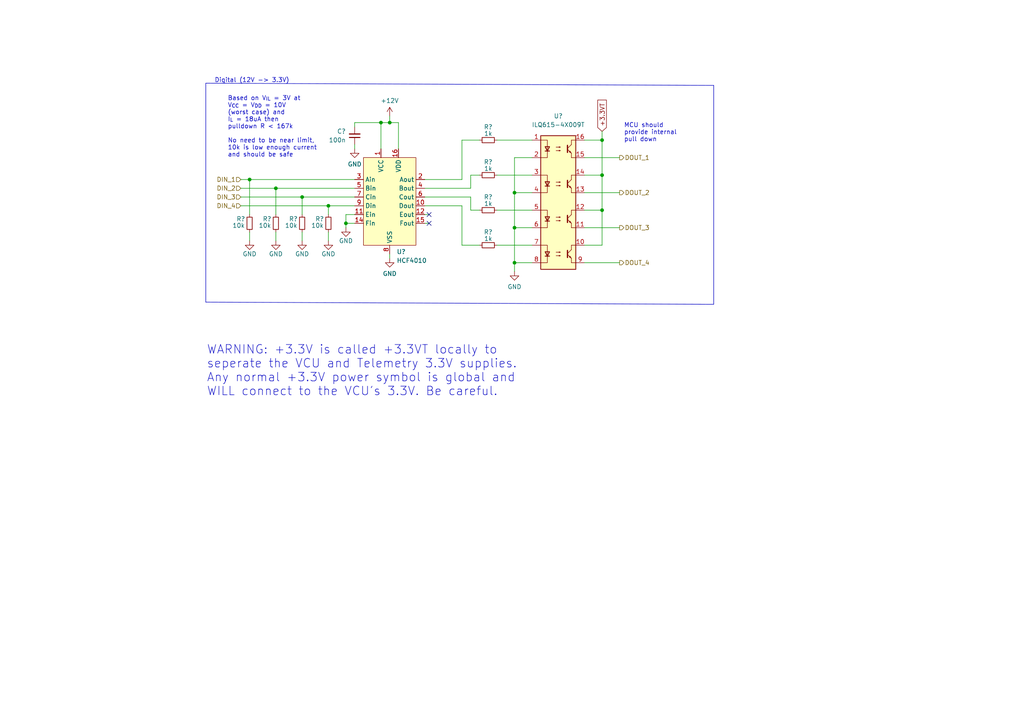
<source format=kicad_sch>
(kicad_sch (version 20250114) (generator "eeschema") (generator_version "9.0")
  (paper "A4")
  (title_block (title "On-Car Telemetry") (date "2023-04-04") (rev "1.4.0") (company "SUFST - Southampton University Formula Student Team") (comment 1 "STAG X") (comment 2 "Esteban Norena, Tim Brewis") (comment 3 "Tim Brewis"))
  (lib_symbols
    (symbol "Device:C_Small" (pin_numbers (hide yes)) (pin_names (offset 0.254) (hide yes))
      (property "Reference" "C" (at 0.254 1.778 0))
      (property "Value" "C_Small" (at 0.254 -2.032 0))
      (symbol "C_Small_0_1"
        (polyline (pts (xy -1.524 0.508) (xy 1.524 0.508)) (stroke (width 0.3048)))
        (polyline (pts (xy -1.524 -0.508) (xy 1.524 -0.508)) (stroke (width 0.3302)))
      )
      (symbol "C_Small_1_1"
        (pin passive line (at 0 2.54 270) (length 2.032) (name "~") (number "1"))
        (pin passive line (at 0 -2.54 90) (length 2.032) (name "~") (number "2"))
      )
    )
    (symbol "Device:R_Small" (pin_numbers (hide yes)) (pin_names (offset 0.254) (hide yes))
      (property "Reference" "R" (at 0.762 0.508 0))
      (property "Value" "R_Small" (at 0.762 -1.016 0))
      (symbol "R_Small_0_1"
        (rectangle (start -0.762 1.778) (end 0.762 -1.778) (stroke (width 0.2032)))
      )
      (symbol "R_Small_1_1"
        (pin passive line (at 0 2.54 270) (length 0.762) (name "~") (number "1"))
        (pin passive line (at 0 -2.54 90) (length 0.762) (name "~") (number "2"))
      )
    )
    (symbol "SUFST:HCF4010"
      (property "Reference" "U4" (at 2.0194 -12.7 0))
      (property "Value" "HCF4010" (at 2.0194 -15.24 0))
      (symbol "HCF4010_0_0"
        (pin input line (at -10.16 8.89 0) (length 2.54) (name "Ain") (number "3"))
        (pin input line (at -10.16 6.35 0) (length 2.54) (name "Bin") (number "5"))
        (pin input line (at -10.16 3.81 0) (length 2.54) (name "Cin") (number "7"))
        (pin input line (at -10.16 1.27 0) (length 2.54) (name "Din") (number "9"))
        (pin input line (at -10.16 -1.27 0) (length 2.54) (name "Ein") (number "11"))
        (pin input line (at -10.16 -3.81 0) (length 2.54) (name "Fin") (number "14"))
        (pin power_in line (at -2.54 17.78 270) (length 2.54) (name "VCC") (number "1"))
        (pin power_in line (at 0 -12.7 90) (length 2.54) (name "VSS") (number "8"))
        (pin power_in line (at 2.54 17.78 270) (length 2.54) (name "VDD") (number "16"))
        (pin output line (at 10.16 8.89 180) (length 2.54) (name "Aout") (number "2"))
        (pin output line (at 10.16 6.35 180) (length 2.54) (name "Bout") (number "4"))
        (pin output line (at 10.16 3.81 180) (length 2.54) (name "Cout") (number "6"))
        (pin output line (at 10.16 1.27 180) (length 2.54) (name "Dout") (number "10"))
        (pin output line (at 10.16 -1.27 180) (length 2.54) (name "Eout") (number "12"))
        (pin output line (at 10.16 -3.81 180) (length 2.54) (name "Fout") (number "15"))
      )
      (symbol "HCF4010_0_1"
        (rectangle (start -7.62 15.24) (end 7.62 -10.16) (fill (type background)))
      )
      (symbol "HCF4010_1_1"
        (pin no_connect line (at 7.62 -8.255 180) (length 2.54) (hide yes) (name "NC") (number "13"))
      )
    )
    (symbol "SUFST:ILQ615-4X009T"
      (property "Reference" "U" (at 0 15.875 0))
      (property "Value" "ILQ615-4X009T" (at 0 13.97 0))
      (symbol "ILQ615-4X009T_0_1"
        (rectangle (start -5.08 11.43) (end 5.08 -27.305) (stroke (width 0.254)) (fill (type background)))
        (polyline (pts (xy -5.08 5.08) (xy -3.175 5.08) (xy -3.175 10.16) (xy -5.08 10.16)))
        (polyline (pts (xy -5.08 -5.08) (xy -3.175 -5.08) (xy -3.175 0) (xy -5.08 0)))
        (polyline (pts (xy -5.08 -15.24) (xy -3.175 -15.24) (xy -3.175 -10.16) (xy -5.08 -10.16)))
        (polyline (pts (xy -5.08 -25.4) (xy -3.175 -25.4) (xy -3.175 -20.32) (xy -5.08 -20.32)))
        (polyline (pts (xy -3.81 6.985) (xy -2.54 6.985)) (stroke (width 0.254)))
        (polyline (pts (xy -3.81 -3.175) (xy -2.54 -3.175)) (stroke (width 0.254)))
        (polyline (pts (xy -3.81 -13.335) (xy -2.54 -13.335)) (stroke (width 0.254)))
        (polyline (pts (xy -3.81 -23.495) (xy -2.54 -23.495)) (stroke (width 0.254)))
        (polyline (pts (xy -3.175 6.985) (xy -3.81 8.255) (xy -2.54 8.255) (xy -3.175 6.985)) (stroke (width 0.254)))
        (polyline (pts (xy -3.175 -3.175) (xy -3.81 -1.905) (xy -2.54 -1.905) (xy -3.175 -3.175)) (stroke (width 0.254)))
        (polyline (pts (xy -3.175 -13.335) (xy -3.81 -12.065) (xy -2.54 -12.065) (xy -3.175 -13.335)) (stroke (width 0.254)))
        (polyline (pts (xy -3.175 -23.495) (xy -3.81 -22.225) (xy -2.54 -22.225) (xy -3.175 -23.495)) (stroke (width 0.254)))
        (polyline (pts (xy -0.635 8.128) (xy 0.635 8.128) (xy 0.254 8.001) (xy 0.254 8.255) (xy 0.635 8.128)))
        (polyline (pts (xy -0.635 7.112) (xy 0.635 7.112) (xy 0.254 6.985) (xy 0.254 7.239) (xy 0.635 7.112)))
        (polyline (pts (xy -0.635 -2.032) (xy 0.635 -2.032) (xy 0.254 -2.159) (xy 0.254 -1.905) (xy 0.635 -2.032)))
        (polyline (pts (xy -0.635 -3.048) (xy 0.635 -3.048) (xy 0.254 -3.175) (xy 0.254 -2.921) (xy 0.635 -3.048)))
        (polyline (pts (xy -0.635 -12.192) (xy 0.635 -12.192) (xy 0.254 -12.319) (xy 0.254 -12.065) (xy 0.635 -12.192)))
        (polyline (pts (xy -0.635 -13.208) (xy 0.635 -13.208) (xy 0.254 -13.335) (xy 0.254 -13.081) (xy 0.635 -13.208)))
        (polyline (pts (xy -0.635 -22.352) (xy 0.635 -22.352) (xy 0.254 -22.479) (xy 0.254 -22.225) (xy 0.635 -22.352)))
        (polyline (pts (xy -0.635 -23.368) (xy 0.635 -23.368) (xy 0.254 -23.495) (xy 0.254 -23.241) (xy 0.635 -23.368)))
        (polyline (pts (xy 2.667 8.636) (xy 2.667 6.604) (xy 2.667 6.604)) (stroke (width 0.3556)))
        (polyline (pts (xy 2.667 7.747) (xy 3.81 8.89)))
        (polyline (pts (xy 2.667 7.493) (xy 3.81 6.35)))
        (polyline (pts (xy 2.667 -1.524) (xy 2.667 -3.556) (xy 2.667 -3.556)) (stroke (width 0.3556)))
        (polyline (pts (xy 2.667 -2.413) (xy 3.81 -1.27)))
        (polyline (pts (xy 2.667 -2.667) (xy 3.81 -3.81)))
        (polyline (pts (xy 2.667 -11.684) (xy 2.667 -13.716) (xy 2.667 -13.716)) (stroke (width 0.3556)))
        (polyline (pts (xy 2.667 -12.573) (xy 3.81 -11.43)))
        (polyline (pts (xy 2.667 -12.827) (xy 3.81 -13.97)))
        (polyline (pts (xy 2.667 -21.844) (xy 2.667 -23.876) (xy 2.667 -23.876)) (stroke (width 0.3556)))
        (polyline (pts (xy 2.667 -22.733) (xy 3.81 -21.59)))
        (polyline (pts (xy 2.667 -22.987) (xy 3.81 -24.13)))
        (polyline (pts (xy 3.683 6.477) (xy 3.429 6.985) (xy 3.175 6.731) (xy 3.683 6.477)))
        (polyline (pts (xy 3.683 -3.683) (xy 3.429 -3.175) (xy 3.175 -3.429) (xy 3.683 -3.683)))
        (polyline (pts (xy 3.683 -13.843) (xy 3.429 -13.335) (xy 3.175 -13.589) (xy 3.683 -13.843)))
        (polyline (pts (xy 3.683 -24.003) (xy 3.429 -23.495) (xy 3.175 -23.749) (xy 3.683 -24.003)))
        (polyline (pts (xy 3.81 10.16) (xy 5.08 10.16)))
        (polyline (pts (xy 3.81 8.89) (xy 3.81 10.16)))
        (polyline (pts (xy 3.81 6.35) (xy 3.81 5.08)))
        (polyline (pts (xy 3.81 5.08) (xy 5.08 5.08)))
        (polyline (pts (xy 3.81 0) (xy 5.08 0)))
        (polyline (pts (xy 3.81 -1.27) (xy 3.81 0)))
        (polyline (pts (xy 3.81 -3.81) (xy 3.81 -5.08)))
        (polyline (pts (xy 3.81 -5.08) (xy 5.08 -5.08)))
        (polyline (pts (xy 3.81 -10.16) (xy 5.08 -10.16)))
        (polyline (pts (xy 3.81 -11.43) (xy 3.81 -10.16)))
        (polyline (pts (xy 3.81 -13.97) (xy 3.81 -15.24)))
        (polyline (pts (xy 3.81 -15.24) (xy 5.08 -15.24)))
        (polyline (pts (xy 3.81 -20.32) (xy 5.08 -20.32)))
        (polyline (pts (xy 3.81 -21.59) (xy 3.81 -20.32)))
        (polyline (pts (xy 3.81 -24.13) (xy 3.81 -25.4)))
        (polyline (pts (xy 3.81 -25.4) (xy 5.08 -25.4)))
      )
      (symbol "ILQ615-4X009T_1_1"
        (pin passive line (at -7.62 10.16 0) (length 2.54) (name "~") (number "1"))
        (pin passive line (at -7.62 5.08 0) (length 2.54) (name "~") (number "2"))
        (pin passive line (at -7.62 0 0) (length 2.54) (name "~") (number "3"))
        (pin passive line (at -7.62 -5.08 0) (length 2.54) (name "~") (number "4"))
        (pin passive line (at -7.62 -10.16 0) (length 2.54) (name "~") (number "5"))
        (pin passive line (at -7.62 -15.24 0) (length 2.54) (name "~") (number "6"))
        (pin passive line (at -7.62 -20.32 0) (length 2.54) (name "~") (number "7"))
        (pin passive line (at -7.62 -25.4 0) (length 2.54) (name "~") (number "8"))
        (pin passive line (at 7.62 10.16 180) (length 2.54) (name "~") (number "16"))
        (pin passive line (at 7.62 5.08 180) (length 2.54) (name "~") (number "15"))
        (pin passive line (at 7.62 0 180) (length 2.54) (name "~") (number "14"))
        (pin passive line (at 7.62 -5.08 180) (length 2.54) (name "~") (number "13"))
        (pin passive line (at 7.62 -10.16 180) (length 2.54) (name "~") (number "12"))
        (pin passive line (at 7.62 -15.24 180) (length 2.54) (name "~") (number "11"))
        (pin passive line (at 7.62 -20.32 180) (length 2.54) (name "~") (number "10"))
        (pin passive line (at 7.62 -25.4 180) (length 2.54) (name "~") (number "9"))
      )
    )
    (symbol "power:+12V" (power) (pin_names (offset 0))
      (property "Value" "+12V" (at 0 3.556 0))
      (symbol "+12V_0_1"
        (polyline (pts (xy -0.762 1.27) (xy 0 2.54)))
        (polyline (pts (xy 0 2.54) (xy 0.762 1.27)))
        (polyline (pts (xy 0 0) (xy 0 2.54)))
      )
      (symbol "+12V_1_1"
        (pin power_in line (at 0 0 90) (length 0) (hide yes) (name "+12V") (number "1"))
      )
    )
    (symbol "power:GND" (power) (pin_names (offset 0))
      (property "Value" "GND" (at 0 -3.81 0))
      (symbol "GND_0_1"
        (polyline (pts (xy 0 0) (xy 0 -1.27) (xy 1.27 -1.27) (xy 0 -2.54) (xy -1.27 -1.27) (xy 0 -1.27)))
      )
      (symbol "GND_1_1"
        (pin power_in line (at 0 0 270) (length 0) (hide yes) (name "GND") (number "1"))
      )
    )
  )
  (text "MCU should\nprovide internal\npull down" (at 180.975 41.275 0) (effects (font (size 1.27 1.27)) (justify left bottom)))
  (text "WARNING: +3.3V is called +3.3VT locally to\nseperate the VCU and Telemetry 3.3V supplies.\nAny normal +3.3V power symbol is global and \nWILL connect to the VCU's 3.3V. Be careful." (at 59.944 115.062 0) (effects (font (size 2.5 2.5)) (justify left bottom)))
  (text "Based on V_{IL} = 3V at \nV_{CC} = V_{DD} = 10V\n(worst case) and\nI_{L} = 18uA then\npulldown R < 167k\n\nNo need to be near limit,\n10k is low enough current\nand should be safe\n" (at 66.04 45.72 0) (effects (font (size 1.27 1.27)) (justify left bottom)))
  (text "Digital (12V -> 3.3V)" (at 62.23 24.13 0) (effects (font (size 1.27 1.27)) (justify left bottom)))
  (junction (at 174.625 50.8))
  (junction (at 100.33 64.77))
  (junction (at 113.03 35.56))
  (junction (at 149.225 55.88))
  (junction (at 110.49 35.56))
  (junction (at 149.225 76.2))
  (junction (at 174.625 40.64))
  (junction (at 87.63 57.15))
  (junction (at 80.01 54.61))
  (junction (at 149.225 66.04))
  (junction (at 95.25 59.69))
  (junction (at 174.625 60.96))
  (junction (at 72.39 52.07))
  (no_connect (at 124.46 62.23))
  (no_connect (at 124.46 64.77))
  (polyline (pts (xy 59.69 24.13) (xy 207.01 24.765)))
  (wire (pts (xy 72.39 52.07) (xy 102.87 52.07)))
  (polyline (pts (xy 59.69 24.13) (xy 59.69 87.63)))
  (wire (pts (xy 100.33 62.23) (xy 102.87 62.23)))
  (wire (pts (xy 100.33 66.04) (xy 100.33 64.77)))
  (polyline (pts (xy 207.01 24.765) (xy 207.01 88.265)))
  (wire (pts (xy 80.01 54.61) (xy 80.01 62.23)))
  (wire (pts (xy 133.985 71.12) (xy 139.065 71.12)))
  (wire (pts (xy 95.25 67.31) (xy 95.25 69.85)))
  (wire (pts (xy 144.145 40.64) (xy 154.305 40.64)))
  (wire (pts (xy 136.525 57.15) (xy 136.525 60.96)))
  (wire (pts (xy 87.63 67.31) (xy 87.63 69.85)))
  (wire (pts (xy 144.145 60.96) (xy 154.305 60.96)))
  (wire (pts (xy 102.87 41.91) (xy 102.87 43.18)))
  (wire (pts (xy 80.01 67.31) (xy 80.01 69.85)))
  (wire (pts (xy 113.03 35.56) (xy 115.57 35.56)))
  (wire (pts (xy 123.19 57.15) (xy 136.525 57.15)))
  (wire (pts (xy 113.03 33.655) (xy 113.03 35.56)))
  (wire (pts (xy 133.985 71.12) (xy 133.985 59.69)))
  (wire (pts (xy 174.625 38.1) (xy 174.625 40.64)))
  (polyline (pts (xy 207.01 88.265) (xy 59.69 87.63)))
  (wire (pts (xy 80.01 54.61) (xy 102.87 54.61)))
  (wire (pts (xy 69.85 59.69) (xy 95.25 59.69)))
  (wire (pts (xy 72.39 67.31) (xy 72.39 69.85)))
  (wire (pts (xy 100.33 64.77) (xy 102.87 64.77)))
  (wire (pts (xy 144.145 71.12) (xy 154.305 71.12)))
  (wire (pts (xy 123.19 52.07) (xy 133.985 52.07)))
  (wire (pts (xy 149.225 66.04) (xy 149.225 76.2)))
  (wire (pts (xy 115.57 35.56) (xy 115.57 43.18)))
  (wire (pts (xy 69.85 57.15) (xy 87.63 57.15)))
  (wire (pts (xy 102.87 36.83) (xy 102.87 35.56)))
  (wire (pts (xy 133.985 40.64) (xy 133.985 52.07)))
  (wire (pts (xy 149.225 76.2) (xy 154.305 76.2)))
  (wire (pts (xy 133.985 40.64) (xy 139.065 40.64)))
  (wire (pts (xy 149.225 45.72) (xy 149.225 55.88)))
  (wire (pts (xy 174.625 71.12) (xy 174.625 60.96)))
  (wire (pts (xy 95.25 59.69) (xy 102.87 59.69)))
  (wire (pts (xy 169.545 45.72) (xy 179.705 45.72)))
  (wire (pts (xy 149.225 76.2) (xy 149.225 78.74)))
  (wire (pts (xy 149.225 66.04) (xy 154.305 66.04)))
  (wire (pts (xy 110.49 35.56) (xy 113.03 35.56)))
  (wire (pts (xy 136.525 60.96) (xy 139.065 60.96)))
  (wire (pts (xy 69.85 54.61) (xy 80.01 54.61)))
  (wire (pts (xy 174.625 50.8) (xy 169.545 50.8)))
  (wire (pts (xy 87.63 57.15) (xy 102.87 57.15)))
  (wire (pts (xy 100.33 64.77) (xy 100.33 62.23)))
  (wire (pts (xy 144.145 50.8) (xy 154.305 50.8)))
  (wire (pts (xy 136.525 54.61) (xy 136.525 50.8)))
  (wire (pts (xy 72.39 52.07) (xy 72.39 62.23)))
  (wire (pts (xy 174.625 40.64) (xy 174.625 50.8)))
  (wire (pts (xy 149.225 55.88) (xy 149.225 66.04)))
  (wire (pts (xy 169.545 66.04) (xy 179.705 66.04)))
  (wire (pts (xy 110.49 35.56) (xy 110.49 43.18)))
  (wire (pts (xy 69.85 52.07) (xy 72.39 52.07)))
  (wire (pts (xy 169.545 40.64) (xy 174.625 40.64)))
  (wire (pts (xy 136.525 50.8) (xy 139.065 50.8)))
  (wire (pts (xy 149.225 55.88) (xy 154.305 55.88)))
  (wire (pts (xy 102.87 35.56) (xy 110.49 35.56)))
  (wire (pts (xy 174.625 60.96) (xy 169.545 60.96)))
  (wire (pts (xy 174.625 50.8) (xy 174.625 60.96)))
  (wire (pts (xy 113.03 73.66) (xy 113.03 74.93)))
  (wire (pts (xy 133.985 59.69) (xy 123.19 59.69)))
  (wire (pts (xy 123.19 64.77) (xy 124.46 64.77)))
  (wire (pts (xy 87.63 57.15) (xy 87.63 62.23)))
  (wire (pts (xy 169.545 55.88) (xy 179.705 55.88)))
  (wire (pts (xy 149.225 45.72) (xy 154.305 45.72)))
  (wire (pts (xy 169.545 71.12) (xy 174.625 71.12)))
  (wire (pts (xy 123.19 54.61) (xy 136.525 54.61)))
  (wire (pts (xy 123.19 62.23) (xy 124.46 62.23)))
  (wire (pts (xy 169.545 76.2) (xy 179.705 76.2)))
  (wire (pts (xy 95.25 59.69) (xy 95.25 62.23)))
  (global_label "+3.3VT" (shape input) (at 174.625 38.1 90) (property "Intersheetrefs" "${INTERSHEET_REFS}" (effects (hide yes))))
  (hierarchical_label "DIN_1" (shape input) (at 69.85 52.07 180))
  (hierarchical_label "DIN_4" (shape input) (at 69.85 59.69 180))
  (hierarchical_label "DOUT_4" (shape output) (at 179.705 76.2 0))
  (hierarchical_label "DIN_2" (shape input) (at 69.85 54.61 180))
  (hierarchical_label "DOUT_3" (shape output) (at 179.705 66.04 0))
  (hierarchical_label "DOUT_1" (shape output) (at 179.705 45.72 0))
  (hierarchical_label "DOUT_2" (shape output) (at 179.705 55.88 0))
  (hierarchical_label "DIN_3" (shape input) (at 69.85 57.15 180))
  (symbol (lib_id "power:GND") (at 149.225 78.74 0) (unit 1)
    (property "Reference" "#PWR0102" (effects (hide yes)))
    (property "Value" "GND" (at 149.225 83.185 0))
    (instances (project "telemetry" (path "" (reference "#PWR?") (unit 1))) (project "vcu" (path "" (reference "#PWR0102") (unit 1))))
  )
  (symbol (lib_id "Device:C_Small") (at 102.87 39.37 0) (mirror x) (unit 1)
    (property "Reference" "C35" (at 100.33 38.0935 0) (effects (justify right)))
    (property "Value" "100n" (at 100.33 40.6335 0) (effects (justify right)))
    (property "Footprint" "Capacitor_SMD:C_0805_2012Metric_Pad1.18x1.45mm_HandSolder" (effects (hide yes)))
    (instances (project "telemetry" (path "" (reference "C?") (unit 1))) (project "vcu" (path "" (reference "C35") (unit 1))))
  )
  (symbol (lib_id "Device:R_Small") (at 141.605 50.8 90) (unit 1)
    (property "Reference" "R65" (at 141.605 46.99 90))
    (property "Value" "1k" (at 141.605 48.895 90))
    (property "Footprint" "Resistor_SMD:R_0805_2012Metric_Pad1.20x1.40mm_HandSolder" (effects (hide yes)))
    (property "Optional" "False" (effects (hide yes)))
    (property "Supplier" "Mouser" (effects (hide yes)))
    (instances (project "telemetry" (path "" (reference "R?") (unit 1))) (project "vcu" (path "" (reference "R65") (unit 1))))
  )
  (symbol (lib_id "Device:R_Small") (at 141.605 71.12 90) (unit 1)
    (property "Reference" "R67" (at 141.605 67.31 90))
    (property "Value" "1k" (at 141.605 69.215 90))
    (property "Footprint" "Resistor_SMD:R_0805_2012Metric_Pad1.20x1.40mm_HandSolder" (effects (hide yes)))
    (property "Optional" "False" (effects (hide yes)))
    (property "Supplier" "Mouser" (effects (hide yes)))
    (instances (project "telemetry" (path "" (reference "R?") (unit 1))) (project "vcu" (path "" (reference "R67") (unit 1))))
  )
  (symbol (lib_id "Device:R_Small") (at 72.39 64.77 180) (unit 1)
    (property "Reference" "R60" (at 69.85 63.5 0))
    (property "Value" "10k" (at 69.215 65.405 0))
    (property "Footprint" "Resistor_SMD:R_0805_2012Metric_Pad1.20x1.40mm_HandSolder" (effects (hide yes)))
    (property "Optional" "False" (effects (hide yes)))
    (property "Supplier" "Mouser" (effects (hide yes)))
    (instances (project "telemetry" (path "" (reference "R?") (unit 1))) (project "vcu" (path "" (reference "R60") (unit 1))))
  )
  (symbol (lib_id "SUFST:HCF4010") (at 113.03 60.96 0) (unit 1)
    (property "Reference" "U11" (at 115.0494 73.025 0) (effects (justify left)))
    (property "Value" "HCF4010" (at 115.0494 75.565 0) (effects (justify left)))
    (property "Footprint" "Package_SO:SOIC-16_3.9x9.9mm_P1.27mm" (effects (hide yes)))
    (property "Datasheet" "https://www.st.com/content/ccc/resource/technical/document/datasheet/a6/35/d1/2f/cf/e8/4f/3b/CD00002637.pdf/files/CD00002637.pdf/jcr:content/translations/en.CD00002637.pdf" (effects (hide yes)))
    (property "Supplier" "Mouser" (effects (hide yes)))
    (property "Order Code" "511-HCF4010YM013TR" (effects (hide yes)))
    (instances (project "telemetry" (path "" (reference "U?") (unit 1))) (project "vcu" (path "" (reference "U11") (unit 1))))
  )
  (symbol (lib_id "Device:R_Small") (at 95.25 64.77 180) (unit 1)
    (property "Reference" "R63" (at 92.71 63.5 0))
    (property "Value" "10k" (at 92.075 65.405 0))
    (property "Footprint" "Resistor_SMD:R_0805_2012Metric_Pad1.20x1.40mm_HandSolder" (effects (hide yes)))
    (property "Optional" "False" (effects (hide yes)))
    (property "Supplier" "Mouser" (effects (hide yes)))
    (instances (project "telemetry" (path "" (reference "R?") (unit 1))) (project "vcu" (path "" (reference "R63") (unit 1))))
  )
  (symbol (lib_id "power:GND") (at 72.39 69.85 0) (unit 1)
    (property "Reference" "#PWR094" (effects (hide yes)))
    (property "Value" "GND" (at 72.39 73.66 0))
    (instances (project "telemetry" (path "" (reference "#PWR?") (unit 1))) (project "vcu" (path "" (reference "#PWR094") (unit 1))))
  )
  (symbol (lib_id "power:GND") (at 87.63 69.85 0) (unit 1)
    (property "Reference" "#PWR096" (effects (hide yes)))
    (property "Value" "GND" (at 87.63 73.66 0))
    (instances (project "telemetry" (path "" (reference "#PWR?") (unit 1))) (project "vcu" (path "" (reference "#PWR096") (unit 1))))
  )
  (symbol (lib_id "power:GND") (at 95.25 69.85 0) (unit 1)
    (property "Reference" "#PWR097" (effects (hide yes)))
    (property "Value" "GND" (at 95.25 73.66 0))
    (instances (project "telemetry" (path "" (reference "#PWR?") (unit 1))) (project "vcu" (path "" (reference "#PWR097") (unit 1))))
  )
  (symbol (lib_id "power:GND") (at 100.33 66.04 0) (unit 1)
    (property "Reference" "#PWR098" (effects (hide yes)))
    (property "Value" "GND" (at 100.33 69.85 0))
    (instances (project "telemetry" (path "" (reference "#PWR?") (unit 1))) (project "vcu" (path "" (reference "#PWR098") (unit 1))))
  )
  (symbol (lib_id "Device:R_Small") (at 87.63 64.77 180) (unit 1)
    (property "Reference" "R62" (at 85.09 63.5 0))
    (property "Value" "10k" (at 84.455 65.405 0))
    (property "Footprint" "Resistor_SMD:R_0805_2012Metric_Pad1.20x1.40mm_HandSolder" (effects (hide yes)))
    (property "Optional" "False" (effects (hide yes)))
    (property "Supplier" "Mouser" (effects (hide yes)))
    (instances (project "telemetry" (path "" (reference "R?") (unit 1))) (project "vcu" (path "" (reference "R62") (unit 1))))
  )
  (symbol (lib_id "SUFST:ILQ615-4X009T") (at 161.925 50.8 0) (unit 1)
    (property "Reference" "U12" (at 161.925 33.655 0))
    (property "Value" "ILQ615-4X009T" (at 161.925 36.195 0))
    (property "Footprint" "SUFST:SOIC254P1005X380-16N" (effects (hide yes)))
    (property "Datasheet" "https://www.vishay.com/docs/83652/ild615.pdf" (effects (hide yes)))
    (property "Supplier" "Mouser" (effects (hide yes)))
    (property "Order Code" "782-ILQ615-4X009" (effects (hide yes)))
    (property "Optional" "False" (effects (hide yes)))
    (instances (project "telemetry" (path "" (reference "U?") (unit 1))) (project "vcu" (path "" (reference "U12") (unit 1))))
  )
  (symbol (lib_id "power:GND") (at 113.03 74.93 0) (unit 1)
    (property "Reference" "#PWR0101" (effects (hide yes)))
    (property "Value" "GND" (at 113.03 79.375 0))
    (instances (project "telemetry" (path "" (reference "#PWR?") (unit 1))) (project "vcu" (path "" (reference "#PWR0101") (unit 1))))
  )
  (symbol (lib_id "Device:R_Small") (at 141.605 60.96 90) (unit 1)
    (property "Reference" "R66" (at 141.605 57.15 90))
    (property "Value" "1k" (at 141.605 59.055 90))
    (property "Footprint" "Resistor_SMD:R_0805_2012Metric_Pad1.20x1.40mm_HandSolder" (effects (hide yes)))
    (property "Optional" "False" (effects (hide yes)))
    (property "Supplier" "Mouser" (effects (hide yes)))
    (instances (project "telemetry" (path "" (reference "R?") (unit 1))) (project "vcu" (path "" (reference "R66") (unit 1))))
  )
  (symbol (lib_id "power:+12V") (at 113.03 33.655 0) (unit 1)
    (property "Reference" "#PWR0100" (effects (hide yes)))
    (property "Value" "+12V" (at 113.03 29.21 0))
    (instances (project "telemetry" (path "" (reference "#PWR?") (unit 1))) (project "vcu" (path "" (reference "#PWR0100") (unit 1))))
  )
  (symbol (lib_id "Device:R_Small") (at 80.01 64.77 180) (unit 1)
    (property "Reference" "R61" (at 77.47 63.5 0))
    (property "Value" "10k" (at 76.835 65.405 0))
    (property "Footprint" "Resistor_SMD:R_0805_2012Metric_Pad1.20x1.40mm_HandSolder" (effects (hide yes)))
    (property "Optional" "False" (effects (hide yes)))
    (property "Supplier" "Mouser" (effects (hide yes)))
    (instances (project "telemetry" (path "" (reference "R?") (unit 1))) (project "vcu" (path "" (reference "R61") (unit 1))))
  )
  (symbol (lib_id "Device:R_Small") (at 141.605 40.64 90) (unit 1)
    (property "Reference" "R64" (at 141.605 36.83 90))
    (property "Value" "1k" (at 141.605 38.735 90))
    (property "Footprint" "Resistor_SMD:R_0805_2012Metric_Pad1.20x1.40mm_HandSolder" (effects (hide yes)))
    (property "Optional" "False" (effects (hide yes)))
    (property "Supplier" "Mouser" (effects (hide yes)))
    (instances (project "telemetry" (path "" (reference "R?") (unit 1))) (project "vcu" (path "" (reference "R64") (unit 1))))
  )
  (symbol (lib_id "power:GND") (at 80.01 69.85 0) (unit 1)
    (property "Reference" "#PWR095" (effects (hide yes)))
    (property "Value" "GND" (at 80.01 73.66 0))
    (instances (project "telemetry" (path "" (reference "#PWR?") (unit 1))) (project "vcu" (path "" (reference "#PWR095") (unit 1))))
  )
  (symbol (lib_id "power:GND") (at 102.87 43.18 0) (unit 1)
    (property "Reference" "#PWR099" (effects (hide yes)))
    (property "Value" "GND" (at 102.87 47.625 0))
    (instances (project "telemetry" (path "" (reference "#PWR?") (unit 1))) (project "vcu" (path "" (reference "#PWR099") (unit 1))))
  )
)
</source>
